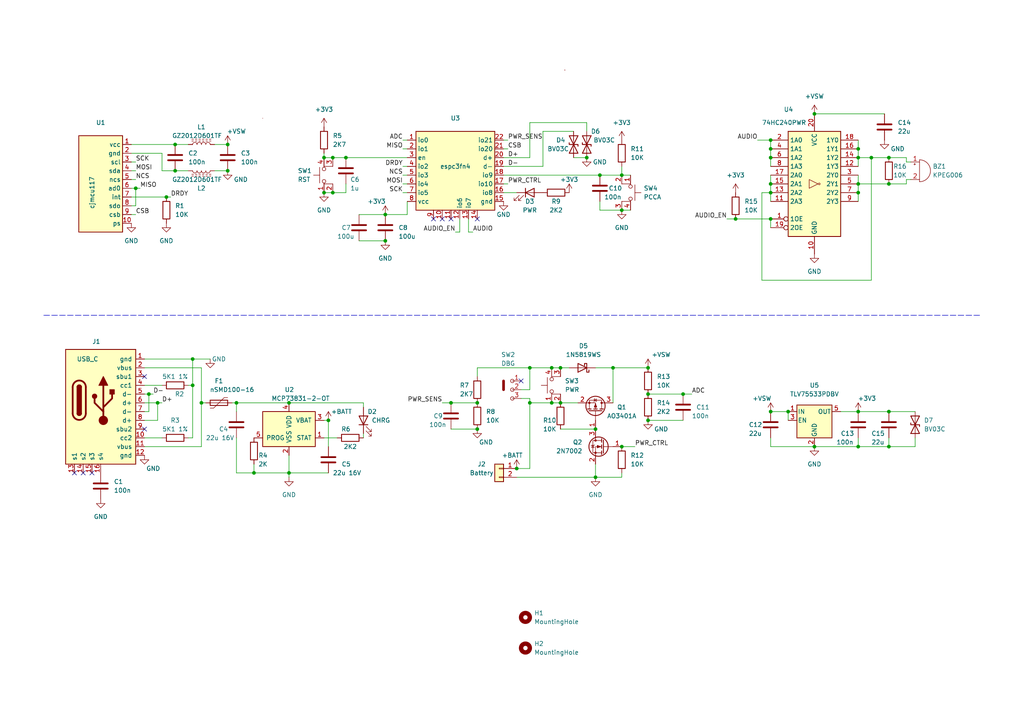
<source format=kicad_sch>
(kicad_sch (version 20211123) (generator eeschema)
  (paper "A4")
  (title_block (title "VhARIO_ESPC3 Rev B") (rev "B"))
  (lib_symbols
    (symbol "0-vhario-espc3:+3.3V" (power) (pin_names (offset 0))
      (property "Value" "+3.3V" (at 0 3.556 0))
      (symbol "+3.3V_1_1"
        (pin power_in line (at 0 0 90) (length 0) hide (name "+3V3") (number "1"))
      )
    )
    (symbol "0-vhario-espc3:+BATT" (power) (pin_names (offset 0))
      (property "Value" "+BATT" (at 0 3.556 0))
      (symbol "+BATT_1_1"
        (pin power_in line (at 0 0 90) (length 0) hide (name "+BATT") (number "1"))
      )
    )
    (symbol "0-vhario-espc3:+VSW" (power) (pin_names (offset 0))
      (property "Value" "+VSW" (at 0 3.556 0))
      (symbol "+VSW_1_1"
        (pin power_in line (at 0 0 90) (length 0) hide (name "+VSW") (number "1"))
      )
    )
    (symbol "0-vhario-espc3:2N7002" (pin_names hide)
      (property "Reference" "Q" (at 5.08 1.905 0))
      (property "Value" "2N7002" (at 5.08 0 0))
      (symbol "2N7002_1_1"
        (pin input line (at -5.08 0 0) (length 2.54) (name "G") (number "1"))
        (pin passive line (at 2.54 -5.08 90) (length 2.54) (name "S") (number "2"))
        (pin passive line (at 2.54 5.08 270) (length 2.54) (name "D") (number "3"))
      )
    )
    (symbol "0-vhario-espc3:74HC240"
      (property "Reference" "U" (at -7.62 16.51 0))
      (property "Value" "74HC240" (at -7.62 -16.51 0))
      (symbol "74HC240_1_0"
        (pin input inverted (at -12.7 -10.16 0) (length 5.08) (name "1OE") (number "1"))
        (pin power_in line (at 0 -20.32 90) (length 5.08) (name "GND") (number "10"))
        (pin input line (at -12.7 -5.08 0) (length 5.08) (name "2A3") (number "11"))
        (pin tri_state line (at 12.7 5.08 180) (length 5.08) (name "1Y3") (number "12"))
        (pin input line (at -12.7 -2.54 0) (length 5.08) (name "2A2") (number "13"))
        (pin tri_state line (at 12.7 7.62 180) (length 5.08) (name "1Y2") (number "14"))
        (pin input line (at -12.7 0 0) (length 5.08) (name "2A1") (number "15"))
        (pin tri_state line (at 12.7 10.16 180) (length 5.08) (name "1Y1") (number "16"))
        (pin input line (at -12.7 2.54 0) (length 5.08) (name "2A0") (number "17"))
        (pin tri_state line (at 12.7 12.7 180) (length 5.08) (name "1Y0") (number "18"))
        (pin input inverted (at -12.7 -12.7 0) (length 5.08) (name "2OE") (number "19"))
        (pin input line (at -12.7 12.7 0) (length 5.08) (name "1A0") (number "2"))
        (pin power_in line (at 0 20.32 270) (length 5.08) (name "VCC") (number "20"))
        (pin tri_state line (at 12.7 2.54 180) (length 5.08) (name "2Y0") (number "3"))
        (pin input line (at -12.7 10.16 0) (length 5.08) (name "1A1") (number "4"))
        (pin tri_state line (at 12.7 0 180) (length 5.08) (name "2Y1") (number "5"))
        (pin input line (at -12.7 7.62 0) (length 5.08) (name "1A2") (number "6"))
        (pin tri_state line (at 12.7 -2.54 180) (length 5.08) (name "2Y2") (number "7"))
        (pin input line (at -12.7 5.08 0) (length 5.08) (name "1A3") (number "8"))
        (pin tri_state line (at 12.7 -5.08 180) (length 5.08) (name "2Y3") (number "9"))
      )
    )
    (symbol "0-vhario-espc3:AO3401A" (pin_names hide)
      (property "Reference" "Q" (at 5.08 1.905 0))
      (property "Value" "AO3401A" (at 5.08 0 0))
      (symbol "AO3401A_1_1"
        (pin input line (at -5.08 0 0) (length 2.54) (name "G") (number "1"))
        (pin passive line (at 2.54 -5.08 90) (length 2.54) (name "S") (number "2"))
        (pin passive line (at 2.54 5.08 270) (length 2.54) (name "D") (number "3"))
      )
    )
    (symbol "0-vhario-espc3:Buzzer" (pin_names (offset 0.0254) hide)
      (property "Reference" "BZ" (at 3.81 1.27 0))
      (property "Value" "Buzzer" (at 3.81 -1.27 0))
      (symbol "Buzzer_1_1"
        (pin passive line (at -2.54 2.54 0) (length 2.54) (name "-") (number "1"))
        (pin passive line (at -2.54 -2.54 0) (length 2.54) (name "+") (number "2"))
      )
    )
    (symbol "0-vhario-espc3:C" (pin_numbers hide) (pin_names (offset 0.254))
      (property "Reference" "C" (at 0.635 2.54 0))
      (property "Value" "C" (at 0.635 -2.54 0))
      (symbol "C_1_1"
        (pin passive line (at 0 3.81 270) (length 2.794) (name "~") (number "1"))
        (pin passive line (at 0 -3.81 90) (length 2.794) (name "~") (number "2"))
      )
    )
    (symbol "0-vhario-espc3:Conn_01x02" (pin_names (offset 1.016) hide)
      (property "Reference" "J" (at 0 2.54 0))
      (property "Value" "Conn_01x02" (at 0 -5.08 0))
      (symbol "Conn_01x02_1_1"
        (pin passive line (at -5.08 0 0) (length 3.81) (name "Pin_1") (number "1"))
        (pin passive line (at -5.08 -2.54 0) (length 3.81) (name "Pin_2") (number "2"))
      )
    )
    (symbol "0-vhario-espc3:D_Schottky" (pin_numbers hide) (pin_names (offset 1.016) hide)
      (property "Reference" "D" (at 0 2.54 0))
      (property "Value" "D_Schottky" (at 0 -2.54 0))
      (symbol "D_Schottky_1_1"
        (pin passive line (at -3.81 0 0) (length 2.54) (name "K") (number "1"))
        (pin passive line (at 3.81 0 180) (length 2.54) (name "A") (number "2"))
      )
    )
    (symbol "0-vhario-espc3:D_TVS" (pin_numbers hide) (pin_names (offset 1.016) hide)
      (property "Reference" "D" (at 0 2.54 0))
      (property "Value" "D_TVS" (at 0 -2.54 0))
      (symbol "D_TVS_1_1"
        (pin passive line (at -3.81 0 0) (length 2.54) (name "A1") (number "1"))
        (pin passive line (at 3.81 0 180) (length 2.54) (name "A2") (number "2"))
      )
    )
    (symbol "0-vhario-espc3:GND" (power) (pin_names (offset 0))
      (property "Value" "GND" (at 0 -3.81 0))
      (symbol "GND_1_1"
        (pin power_in line (at 0 0 270) (length 0) hide (name "GND") (number "1"))
      )
    )
    (symbol "0-vhario-espc3:LED" (pin_numbers hide) (pin_names (offset 1.016) hide)
      (property "Reference" "D" (at 0 2.54 0))
      (property "Value" "LED" (at 0 -2.54 0))
      (symbol "LED_1_1"
        (pin passive line (at -3.81 0 0) (length 2.54) (name "K") (number "1"))
        (pin passive line (at 3.81 0 180) (length 2.54) (name "A") (number "2"))
      )
    )
    (symbol "0-vhario-espc3:L_Ferrite" (pin_numbers hide) (pin_names (offset 1.016) hide)
      (property "Reference" "L" (at -1.27 0 90))
      (property "Value" "L_Ferrite" (at 2.794 0 90))
      (symbol "L_Ferrite_1_1"
        (pin passive line (at 0 3.81 270) (length 1.27) (name "1") (number "1"))
        (pin passive line (at 0 -3.81 90) (length 1.27) (name "2") (number "2"))
      )
    )
    (symbol "0-vhario-espc3:MCP73831-2-OT" (pin_names (offset 1.016))
      (property "Reference" "U" (at -7.62 6.35 0))
      (property "Value" "MCP73831-2-OT" (at 1.27 6.35 0))
      (symbol "MCP73831-2-OT_1_1"
        (pin output line (at 10.16 -2.54 180) (length 2.54) (name "STAT") (number "1"))
        (pin power_in line (at 0 -7.62 90) (length 2.54) (name "VSS") (number "2"))
        (pin power_out line (at 10.16 2.54 180) (length 2.54) (name "VBAT") (number "3"))
        (pin power_in line (at 0 7.62 270) (length 2.54) (name "VDD") (number "4"))
        (pin input line (at -10.16 -2.54 0) (length 2.54) (name "PROG") (number "5"))
      )
    )
    (symbol "0-vhario-espc3:MountingHole" (pin_names (offset 1.016))
      (property "Reference" "H" (at 0 5.08 0))
      (property "Value" "MountingHole" (at 0 3.175 0))
    )
    (symbol "0-vhario-espc3:Polyfuse" (pin_numbers hide) (pin_names (offset 0))
      (property "Reference" "F" (at -2.54 0 90))
      (property "Value" "Polyfuse" (at 2.54 0 90))
      (symbol "Polyfuse_1_1"
        (pin passive line (at 0 3.81 270) (length 1.27) (name "~") (number "1"))
        (pin passive line (at 0 -3.81 90) (length 1.27) (name "~") (number "2"))
      )
    )
    (symbol "0-vhario-espc3:R" (pin_numbers hide) (pin_names (offset 0))
      (property "Reference" "R" (at 2.032 0 90))
      (property "Value" "R" (at 0 0 90))
      (symbol "R_1_1"
        (pin passive line (at 0 3.81 270) (length 1.27) (name "~") (number "1"))
        (pin passive line (at 0 -3.81 90) (length 1.27) (name "~") (number "2"))
      )
    )
    (symbol "0-vhario-espc3:SW_MEC_5E" (pin_names (offset 1.016) hide)
      (property "Reference" "SW" (at 0.635 5.715 0))
      (property "Value" "SW_MEC_5E" (at 0 -3.175 0))
      (symbol "SW_MEC_5E_0_1"
        (pin passive line (at -5.08 2.54 0) (length 2.54) (name "1") (number "1"))
        (pin passive line (at -5.08 0 0) (length 2.54) (name "2") (number "2"))
        (pin passive line (at 5.08 0 180) (length 2.54) (name "K") (number "3"))
        (pin passive line (at 5.08 2.54 180) (length 2.54) (name "A") (number "4"))
      )
    )
    (symbol "0-vhario-espc3:SW_SPDT" (pin_names (offset 0) hide)
      (property "Reference" "SW" (at 0 4.318 0))
      (property "Value" "SW_SPDT" (at 0 7.62 0))
      (symbol "SW_SPDT_1_1"
        (pin passive line (at 5.08 2.54 180) (length 2.54) (name "A") (number "1"))
        (pin passive line (at 5.08 0 180) (length 2.54) (name "B") (number "2"))
        (pin passive line (at 5.08 -2.54 180) (length 2.54) (name "C") (number "3"))
        (pin no_connect line (at 5.08 5.08 180) (length 2.54) hide (name "nc") (number "4"))
        (pin no_connect line (at 5.08 -5.08 180) (length 2.54) hide (name "nc") (number "5"))
      )
    )
    (symbol "0-vhario-espc3:TLV75533PDBV" (pin_names (offset 0.254))
      (property "Reference" "U" (at -3.81 5.715 0))
      (property "Value" "TLV75533PDBV" (at 0 5.715 0))
      (symbol "TLV75533PDBV_1_1"
        (pin power_in line (at -7.62 2.54 0) (length 2.54) (name "IN") (number "1"))
        (pin power_in line (at 0 -7.62 90) (length 2.54) (name "GND") (number "2"))
        (pin input line (at -7.62 0 0) (length 2.54) (name "EN") (number "3"))
        (pin no_connect line (at 5.08 0 180) (length 2.54) hide (name "NC") (number "4"))
        (pin power_out line (at 7.62 2.54 180) (length 2.54) (name "OUT") (number "5"))
      )
    )
    (symbol "0-vhario-espc3:USB_C" (pin_names (offset 1.016))
      (property "Reference" "J" (at -10.16 29.21 0))
      (property "Value" "USB_C" (at 10.16 29.21 0))
      (symbol "USB_C_1_1"
        (pin input line (at 12.7 22.86 180) (length 2.54) (name "gnd") (number "1"))
        (pin input line (at 12.7 0 180) (length 2.54) (name "cc2") (number "10"))
        (pin input line (at 12.7 -2.54 180) (length 2.54) (name "vbus") (number "11"))
        (pin input line (at 12.7 -5.08 180) (length 2.54) (name "gnd") (number "12"))
        (pin input line (at -7.62 -10.16 90) (length 2.54) (name "s1") (number "13"))
        (pin input line (at -5.08 -10.16 90) (length 2.54) (name "s2") (number "14"))
        (pin input line (at -2.54 -10.16 90) (length 2.54) (name "s3") (number "15"))
        (pin input line (at 0 -10.16 90) (length 2.54) (name "s4") (number "16"))
        (pin input line (at 12.7 20.32 180) (length 2.54) (name "vbus") (number "2"))
        (pin input line (at 12.7 17.78 180) (length 2.54) (name "sbu1") (number "3"))
        (pin input line (at 12.7 15.24 180) (length 2.54) (name "cc1") (number "4"))
        (pin input line (at 12.7 12.7 180) (length 2.54) (name "d-") (number "5"))
        (pin input line (at 12.7 10.16 180) (length 2.54) (name "d+") (number "6"))
        (pin input line (at 12.7 7.62 180) (length 2.54) (name "d-") (number "7"))
        (pin input line (at 12.7 5.08 180) (length 2.54) (name "d+") (number "8"))
        (pin input line (at 12.7 2.54 180) (length 2.54) (name "sbu2") (number "9"))
      )
    )
    (symbol "0-vhario-espc3:cjmcu117"
      (property "Reference" "U" (at -2.54 5.08 0))
      (property "Value" "cjmcu117" (at -2.54 -12.7 90))
      (symbol "cjmcu117_1_1"
        (pin input line (at 7.62 0 180) (length 2.54) (name "vcc") (number "1"))
        (pin input line (at 7.62 -22.86 180) (length 2.54) (name "ps") (number "10"))
        (pin input line (at 7.62 -2.54 180) (length 2.54) (name "gnd") (number "2"))
        (pin input line (at 7.62 -5.08 180) (length 2.54) (name "scl") (number "3"))
        (pin input line (at 7.62 -7.62 180) (length 2.54) (name "sda") (number "4"))
        (pin input line (at 7.62 -10.16 180) (length 2.54) (name "ncs") (number "5"))
        (pin input line (at 7.62 -12.7 180) (length 2.54) (name "ad0") (number "6"))
        (pin input line (at 7.62 -15.24 180) (length 2.54) (name "int") (number "7"))
        (pin input line (at 7.62 -17.78 180) (length 2.54) (name "sdo") (number "8"))
        (pin input line (at 7.62 -20.32 180) (length 2.54) (name "csb") (number "9"))
      )
    )
    (symbol "0-vhario-espc3:espc3fn4"
      (property "Reference" "U" (at 10.16 5.08 0))
      (property "Value" "espc3fn4" (at 10.16 -7.62 0))
      (symbol "espc3fn4_1_1"
        (pin input line (at -2.54 0 0) (length 2.54) (name "io0") (number "1"))
        (pin input line (at 7.62 -22.86 90) (length 2.54) (name "") (number "10"))
        (pin input line (at 10.16 -22.86 90) (length 2.54) (name "") (number "11"))
        (pin input line (at 12.7 -22.86 90) (length 2.54) (name "io6") (number "12"))
        (pin input line (at 15.24 -22.86 90) (length 2.54) (name "io7") (number "13"))
        (pin input line (at 17.78 -22.86 90) (length 2.54) (name "") (number "14"))
        (pin input line (at 25.4 -17.78 180) (length 2.54) (name "gnd") (number "15"))
        (pin input line (at 25.4 -15.24 180) (length 2.54) (name "io8") (number "16"))
        (pin input line (at 25.4 -12.7 180) (length 2.54) (name "io10") (number "17"))
        (pin input line (at 25.4 -10.16 180) (length 2.54) (name "io9") (number "18"))
        (pin input line (at 25.4 -7.62 180) (length 2.54) (name "d-") (number "19"))
        (pin input line (at -2.54 -2.54 0) (length 2.54) (name "io1") (number "2"))
        (pin input line (at 25.4 -5.08 180) (length 2.54) (name "d+") (number "20"))
        (pin input line (at 25.4 -2.54 180) (length 2.54) (name "io20") (number "21"))
        (pin input line (at 25.4 0 180) (length 2.54) (name "io21") (number "22"))
        (pin input line (at -2.54 -5.08 0) (length 2.54) (name "en") (number "3"))
        (pin input line (at -2.54 -7.62 0) (length 2.54) (name "io2") (number "4"))
        (pin input line (at -2.54 -10.16 0) (length 2.54) (name "io3") (number "5"))
        (pin input line (at -2.54 -12.7 0) (length 2.54) (name "io4") (number "6"))
        (pin input line (at -2.54 -15.24 0) (length 2.54) (name "io5") (number "7"))
        (pin input line (at -2.54 -17.78 0) (length 2.54) (name "vcc") (number "8"))
        (pin input line (at 5.08 -22.86 90) (length 2.54) (name "") (number "9"))
      )
    )
  )
  (junction (at 93.98 45.72))
  (junction (at 223.52 45.72))
  (junction (at 153.67 116.84))
  (junction (at 58.42 116.84))
  (junction (at 153.67 106.68))
  (junction (at 160.02 106.68))
  (junction (at 248.92 45.72))
  (junction (at 66.04 49.53))
  (junction (at 248.92 43.18))
  (junction (at 180.34 60.96))
  (junction (at 236.22 33.02))
  (junction (at 68.58 116.84))
  (junction (at 248.92 55.88))
  (junction (at 138.43 124.46))
  (junction (at 162.56 116.84))
  (junction (at 111.76 62.23))
  (junction (at 180.34 129.54))
  (junction (at 170.18 45.72))
  (junction (at 198.12 114.3))
  (junction (at 93.98 55.88))
  (junction (at 130.81 116.84))
  (junction (at 187.96 121.92))
  (junction (at 172.72 138.43))
  (junction (at 257.81 129.54))
  (junction (at 223.52 63.5))
  (junction (at 50.8 49.53))
  (junction (at 73.66 137.16))
  (junction (at 45.72 116.84))
  (junction (at 39.37 54.61))
  (junction (at 228.6 119.38))
  (junction (at 96.52 45.72))
  (junction (at 95.25 121.92))
  (junction (at 66.04 41.91))
  (junction (at 48.26 57.15))
  (junction (at 162.56 106.68))
  (junction (at 223.52 43.18))
  (junction (at 187.96 114.3))
  (junction (at 83.82 116.84))
  (junction (at 248.92 119.38))
  (junction (at 50.8 41.91))
  (junction (at 257.81 45.72))
  (junction (at 252.73 45.72))
  (junction (at 160.02 116.84))
  (junction (at 100.33 45.72))
  (junction (at 213.36 63.5))
  (junction (at 223.52 53.34))
  (junction (at 257.81 53.34))
  (junction (at 177.8 106.68))
  (junction (at 248.92 129.54))
  (junction (at 172.72 124.46))
  (junction (at 236.22 129.54))
  (junction (at 43.18 114.3))
  (junction (at 83.82 137.16))
  (junction (at 223.52 55.88))
  (junction (at 187.96 106.68))
  (junction (at 55.88 111.76))
  (junction (at 223.52 119.38))
  (junction (at 180.34 50.8))
  (junction (at 257.81 119.38))
  (junction (at 223.52 40.64))
  (junction (at 55.88 104.14))
  (junction (at 138.43 116.84))
  (junction (at 149.86 135.89))
  (junction (at 96.52 55.88))
  (junction (at 173.99 50.8))
  (junction (at 111.76 69.85))
  (junction (at 248.92 53.34))
  (no_connect (at 26.67 137.16))
  (no_connect (at 24.13 137.16))
  (no_connect (at 21.59 137.16))
  (no_connect (at 130.81 63.5))
  (no_connect (at 128.27 63.5))
  (no_connect (at 125.73 63.5))
  (no_connect (at 138.43 63.5))
  (no_connect (at 41.91 109.22))
  (no_connect (at 41.91 124.46))
  (no_connect (at 151.13 110.49))
  (wire (pts (xy 248.92 129.54) (xy 248.92 127)))
  (wire (pts (xy 223.52 40.64) (xy 223.52 43.18)))
  (wire (pts (xy 38.1 57.15) (xy 48.26 57.15)))
  (wire (pts (xy 104.14 62.23) (xy 111.76 62.23)))
  (wire (pts (xy 128.27 116.84) (xy 130.81 116.84)))
  (wire (pts (xy 135.89 67.31) (xy 135.89 63.5)))
  (wire (pts (xy 248.92 50.8) (xy 248.92 53.34)))
  (wire (pts (xy 96.52 45.72) (xy 100.33 45.72)))
  (wire (pts (xy 95.25 129.54) (xy 95.25 121.92)))
  (wire (pts (xy 45.72 121.92) (xy 45.72 116.84)))
  (wire (pts (xy 153.67 106.68) (xy 160.02 106.68)))
  (wire (pts (xy 146.05 53.34) (xy 147.32 53.34)))
  (wire (pts (xy 41.91 121.92) (xy 45.72 121.92)))
  (wire (pts (xy 45.72 116.84) (xy 41.91 116.84)))
  (wire (pts (xy 257.81 53.34) (xy 262.89 53.34)))
  (wire (pts (xy 96.52 55.88) (xy 100.33 55.88)))
  (wire (pts (xy 257.81 129.54) (xy 257.81 127)))
  (wire (pts (xy 248.92 53.34) (xy 248.92 55.88)))
  (wire (pts (xy 73.66 137.16) (xy 83.82 137.16)))
  (wire (pts (xy 151.13 115.57) (xy 153.67 115.57)))
  (wire (pts (xy 41.91 106.68) (xy 58.42 106.68)))
  (wire (pts (xy 180.34 129.54) (xy 184.15 129.54)))
  (wire (pts (xy 153.67 135.89) (xy 153.67 116.84)))
  (wire (pts (xy 130.81 124.46) (xy 138.43 124.46)))
  (wire (pts (xy 219.71 40.64) (xy 223.52 40.64)))
  (wire (pts (xy 162.56 124.46) (xy 172.72 124.46)))
  (wire (pts (xy 177.8 106.68) (xy 187.96 106.68)))
  (wire (pts (xy 248.92 45.72) (xy 252.73 45.72)))
  (wire (pts (xy 58.42 106.68) (xy 58.42 116.84)))
  (wire (pts (xy 38.1 49.53) (xy 39.37 49.53)))
  (wire (pts (xy 116.84 48.26) (xy 118.11 48.26)))
  (wire (pts (xy 243.84 119.38) (xy 248.92 119.38)))
  (wire (pts (xy 173.99 50.8) (xy 180.34 50.8)))
  (wire (pts (xy 146.05 55.88) (xy 149.86 55.88)))
  (wire (pts (xy 45.72 116.84) (xy 46.99 116.84)))
  (wire (pts (xy 223.52 119.38) (xy 228.6 119.38)))
  (wire (pts (xy 93.98 55.88) (xy 96.52 55.88)))
  (wire (pts (xy 160.02 106.68) (xy 162.56 106.68)))
  (wire (pts (xy 68.58 137.16) (xy 73.66 137.16)))
  (wire (pts (xy 38.1 54.61) (xy 39.37 54.61)))
  (wire (pts (xy 248.92 43.18) (xy 248.92 45.72)))
  (wire (pts (xy 170.18 35.56) (xy 170.18 38.1)))
  (wire (pts (xy 55.88 111.76) (xy 55.88 127)))
  (wire (pts (xy 187.96 121.92) (xy 198.12 121.92)))
  (wire (pts (xy 116.84 50.8) (xy 118.11 50.8)))
  (wire (pts (xy 228.6 119.38) (xy 228.6 121.92)))
  (wire (pts (xy 210.82 63.5) (xy 213.36 63.5)))
  (wire (pts (xy 83.82 132.08) (xy 83.82 137.16)))
  (wire (pts (xy 46.99 49.53) (xy 50.8 49.53)))
  (wire (pts (xy 55.88 104.14) (xy 60.96 104.14)))
  (wire (pts (xy 50.8 49.53) (xy 54.61 49.53)))
  (wire (pts (xy 62.23 49.53) (xy 66.04 49.53)))
  (wire (pts (xy 43.18 119.38) (xy 43.18 114.3)))
  (wire (pts (xy 223.52 129.54) (xy 223.52 127)))
  (wire (pts (xy 138.43 106.68) (xy 153.67 106.68)))
  (wire (pts (xy 73.66 137.16) (xy 73.66 134.62)))
  (wire (pts (xy 157.48 38.1) (xy 166.37 38.1)))
  (wire (pts (xy 146.05 50.8) (xy 173.99 50.8)))
  (wire (pts (xy 39.37 59.69) (xy 38.1 59.69)))
  (wire (pts (xy 62.23 41.91) (xy 66.04 41.91)))
  (wire (pts (xy 138.43 109.22) (xy 138.43 106.68)))
  (wire (pts (xy 100.33 45.72) (xy 118.11 45.72)))
  (wire (pts (xy 149.86 138.43) (xy 172.72 138.43)))
  (wire (pts (xy 252.73 45.72) (xy 257.81 45.72)))
  (wire (pts (xy 262.89 46.99) (xy 264.16 46.99)))
  (wire (pts (xy 153.67 35.56) (xy 170.18 35.56)))
  (wire (pts (xy 41.91 111.76) (xy 46.99 111.76)))
  (wire (pts (xy 151.13 113.03) (xy 153.67 113.03)))
  (wire (pts (xy 160.02 116.84) (xy 162.56 116.84)))
  (wire (pts (xy 41.91 104.14) (xy 55.88 104.14)))
  (wire (pts (xy 149.86 135.89) (xy 153.67 135.89)))
  (wire (pts (xy 68.58 119.38) (xy 68.58 116.84)))
  (wire (pts (xy 180.34 138.43) (xy 180.34 137.16)))
  (wire (pts (xy 55.88 111.76) (xy 54.61 111.76)))
  (wire (pts (xy 118.11 62.23) (xy 111.76 62.23)))
  (wire (pts (xy 67.31 116.84) (xy 68.58 116.84)))
  (wire (pts (xy 43.18 114.3) (xy 41.91 114.3)))
  (wire (pts (xy 83.82 138.43) (xy 83.82 137.16)))
  (wire (pts (xy 130.81 116.84) (xy 138.43 116.84)))
  (wire (pts (xy 104.14 69.85) (xy 111.76 69.85)))
  (wire (pts (xy 118.11 58.42) (xy 118.11 62.23)))
  (wire (pts (xy 248.92 53.34) (xy 257.81 53.34)))
  (wire (pts (xy 220.98 81.28) (xy 252.73 81.28)))
  (wire (pts (xy 41.91 119.38) (xy 43.18 119.38)))
  (wire (pts (xy 68.58 127) (xy 68.58 137.16)))
  (wire (pts (xy 265.43 129.54) (xy 265.43 127)))
  (wire (pts (xy 180.34 48.26) (xy 180.34 50.8)))
  (wire (pts (xy 172.72 106.68) (xy 177.8 106.68)))
  (wire (pts (xy 95.25 121.92) (xy 93.98 121.92)))
  (wire (pts (xy 93.98 44.45) (xy 93.98 45.72)))
  (wire (pts (xy 162.56 106.68) (xy 165.1 106.68)))
  (wire (pts (xy 38.1 62.23) (xy 39.37 62.23)))
  (wire (pts (xy 38.1 44.45) (xy 46.99 44.45)))
  (wire (pts (xy 248.92 55.88) (xy 248.92 58.42)))
  (wire (pts (xy 153.67 116.84) (xy 160.02 116.84)))
  (wire (pts (xy 116.84 55.88) (xy 118.11 55.88)))
  (wire (pts (xy 223.52 63.5) (xy 223.52 66.04)))
  (wire (pts (xy 68.58 116.84) (xy 83.82 116.84)))
  (wire (pts (xy 252.73 81.28) (xy 252.73 45.72)))
  (wire (pts (xy 39.37 54.61) (xy 39.37 59.69)))
  (wire (pts (xy 180.34 50.8) (xy 182.88 50.8)))
  (wire (pts (xy 132.08 67.31) (xy 133.35 67.31)))
  (wire (pts (xy 50.8 41.91) (xy 54.61 41.91)))
  (wire (pts (xy 46.99 44.45) (xy 46.99 49.53)))
  (wire (pts (xy 55.88 127) (xy 54.61 127)))
  (wire (pts (xy 262.89 52.07) (xy 264.16 52.07)))
  (wire (pts (xy 262.89 53.34) (xy 262.89 52.07)))
  (wire (pts (xy 116.84 40.64) (xy 118.11 40.64)))
  (wire (pts (xy 43.18 114.3) (xy 44.45 114.3)))
  (wire (pts (xy 248.92 119.38) (xy 257.81 119.38)))
  (wire (pts (xy 146.05 43.18) (xy 147.32 43.18)))
  (wire (pts (xy 137.16 67.31) (xy 135.89 67.31)))
  (wire (pts (xy 172.72 138.43) (xy 180.34 138.43)))
  (wire (pts (xy 41.91 127) (xy 46.99 127)))
  (wire (pts (xy 39.37 54.61) (xy 40.64 54.61)))
  (wire (pts (xy 248.92 45.72) (xy 248.92 48.26)))
  (wire (pts (xy 100.33 55.88) (xy 100.33 53.34)))
  (wire (pts (xy 38.1 46.99) (xy 39.37 46.99)))
  (wire (pts (xy 83.82 137.16) (xy 95.25 137.16)))
  (wire (pts (xy 213.36 63.5) (xy 223.52 63.5)))
  (wire (pts (xy 105.41 116.84) (xy 83.82 116.84)))
  (wire (pts (xy 146.05 45.72) (xy 153.67 45.72)))
  (wire (pts (xy 146.05 48.26) (xy 157.48 48.26)))
  (wire (pts (xy 198.12 114.3) (xy 200.66 114.3)))
  (wire (pts (xy 146.05 40.64) (xy 147.32 40.64)))
  (wire (pts (xy 41.91 129.54) (xy 58.42 129.54)))
  (wire (pts (xy 166.37 45.72) (xy 170.18 45.72)))
  (wire (pts (xy 257.81 119.38) (xy 265.43 119.38)))
  (wire (pts (xy 223.52 45.72) (xy 223.52 48.26)))
  (wire (pts (xy 38.1 41.91) (xy 50.8 41.91)))
  (wire (pts (xy 223.52 55.88) (xy 223.52 58.42)))
  (wire (pts (xy 55.88 104.14) (xy 55.88 111.76)))
  (wire (pts (xy 116.84 53.34) (xy 118.11 53.34)))
  (wire (pts (xy 257.81 129.54) (xy 265.43 129.54)))
  (wire (pts (xy 105.41 118.11) (xy 105.41 116.84)))
  (wire (pts (xy 93.98 45.72) (xy 96.52 45.72)))
  (wire (pts (xy 187.96 114.3) (xy 198.12 114.3)))
  (wire (pts (xy 153.67 106.68) (xy 153.67 113.03)))
  (wire (pts (xy 93.98 127) (xy 97.79 127)))
  (wire (pts (xy 223.52 50.8) (xy 223.52 53.34)))
  (wire (pts (xy 236.22 129.54) (xy 223.52 129.54)))
  (wire (pts (xy 236.22 129.54) (xy 248.92 129.54)))
  (wire (pts (xy 257.81 45.72) (xy 262.89 45.72)))
  (wire (pts (xy 173.99 60.96) (xy 173.99 58.42)))
  (wire (pts (xy 220.98 55.88) (xy 220.98 81.28)))
  (wire (pts (xy 153.67 115.57) (xy 153.67 116.84)))
  (wire (pts (xy 223.52 53.34) (xy 223.52 55.88)))
  (wire (pts (xy 162.56 116.84) (xy 167.64 116.84)))
  (wire (pts (xy 58.42 129.54) (xy 58.42 116.84)))
  (wire (pts (xy 248.92 129.54) (xy 257.81 129.54)))
  (polyline (pts (xy 12.7 91.44) (xy 284.48 91.44)))
  (wire (pts (xy 116.84 43.18) (xy 118.11 43.18)))
  (wire (pts (xy 157.48 48.26) (xy 157.48 38.1)))
  (wire (pts (xy 248.92 40.64) (xy 248.92 43.18)))
  (wire (pts (xy 177.8 106.68) (xy 177.8 116.84)))
  (wire (pts (xy 59.69 116.84) (xy 58.42 116.84)))
  (wire (pts (xy 105.41 125.73) (xy 105.41 127)))
  (wire (pts (xy 223.52 55.88) (xy 220.98 55.88)))
  (wire (pts (xy 223.52 43.18) (xy 223.52 45.72)))
  (wire (pts (xy 180.34 60.96) (xy 182.88 60.96)))
  (wire (pts (xy 48.26 57.15) (xy 49.53 57.15)))
  (wire (pts (xy 153.67 45.72) (xy 153.67 35.56)))
  (wire (pts (xy 133.35 67.31) (xy 133.35 63.5)))
  (wire (pts (xy 38.1 52.07) (xy 39.37 52.07)))
  (wire (pts (xy 262.89 45.72) (xy 262.89 46.99)))
  (wire (pts (xy 236.22 33.02) (xy 256.54 33.02)))
  (wire (pts (xy 172.72 134.62) (xy 172.72 138.43)))
  (wire (pts (xy 180.34 60.96) (xy 173.99 60.96)))
  (label "PWR_SENS" (at 128.27 116.84 180))
  (label "PWR_CTRL" (at 147.32 53.34 0))
  (label "MISO" (at 116.84 43.18 180))
  (label "MOSI" (at 116.84 53.34 180))
  (label "D+" (at 147.32 45.72 0))
  (label "CSB" (at 39.37 62.23 0))
  (label "SCK" (at 116.84 55.88 180))
  (label "AUDIO_EN" (at 132.08 67.31 180))
  (label "NCS" (at 116.84 50.8 180))
  (label "DRDY" (at 49.53 57.15 0))
  (label "DRDY" (at 116.84 48.26 180))
  (label "PWR_SENS" (at 147.32 40.64 0))
  (label "AUDIO_EN" (at 210.82 63.5 180))
  (label "AUDIO" (at 219.71 40.64 180))
  (label "D-" (at 44.45 114.3 0))
  (label "MOSI" (at 39.37 49.53 0))
  (label "ADC" (at 116.84 40.64 180))
  (label "CSB" (at 147.32 43.18 0))
  (label "ADC" (at 200.66 114.3 0))
  (label "SCK" (at 39.37 46.99 0))
  (label "D+" (at 46.99 116.84 0))
  (label "MISO" (at 40.64 54.61 0))
  (label "AUDIO" (at 137.16 67.31 0))
  (label "D-" (at 147.32 48.26 0))
  (label "NCS" (at 39.37 52.07 0))
  (label "PWR_CTRL" (at 184.15 129.54 0))
  (symbol (lib_id "0-vhario-espc3:SW_MEC_5E") (at 162.56 111.76 90) (unit 1)
    (property "Reference" "SW3" (at 163.83 110.49 90) (effects (justify right)))
    (property "Value" "PWR" (at 163.83 113.03 90) (effects (justify right)))
    (property "Footprint" "0-vhario-espc3:smd_btn4" (effects hide))
  )
  (symbol (lib_id "0-vhario-espc3:Conn_01x02") (at 144.78 135.89 0) (mirror y) (unit 1)
    (property "Reference" "J2" (at 139.7 134.62 0))
    (property "Value" "Battery" (at 139.7 137.16 0))
    (property "Footprint" "0-vhario-espc3:JST_PH_B2B-PH-K_1x02_P2.00mm_Vertical" (effects hide))
  )
  (symbol (lib_id "0-vhario-espc3:R") (at 257.81 49.53 0) (unit 1)
    (property "Reference" "R16" (at 259.08 48.26 0) (effects (justify left)))
    (property "Value" "10K" (at 259.08 50.8 0) (effects (justify left)))
    (property "Footprint" "0-vhario-espc3:R_0603_1608Metric_Pad0.98x0.95mm_HandSolder" (effects hide))
  )
  (symbol (lib_id "0-vhario-espc3:+3.3V") (at 165.1 55.88 0) (unit 1)
    (property "Reference" "#PWR0101" (effects hide))
    (property "Value" "+3.3V" (at 165.1 52.07 0))
  )
  (symbol (lib_id "0-vhario-espc3:+3.3V") (at 111.76 62.23 0) (unit 1)
    (property "Reference" "#PWR012" (effects hide))
    (property "Value" "+3.3V" (at 109.22 58.42 0))
  )
  (symbol (lib_id "0-vhario-espc3:74HC240") (at 236.22 53.34 0) (unit 1)
    (property "Reference" "U4" (at 227.33 31.75 0) (effects (justify left)))
    (property "Value" "74HC240PWR" (at 220.98 35.56 0) (effects (justify left)))
    (property "Footprint" "0-vhario-espc3:SSOP-20_4.4x6.5mm_P0.65mm" (effects hide))
    (property "Datasheet" "https://assets.nexperia.com/documents/data-sheet/74HC_HCT240.pdf" (effects hide))
  )
  (symbol (lib_id "0-vhario-espc3:C") (at 66.04 45.72 0) (unit 1)
    (property "Reference" "C3" (at 69.85 44.4499 0) (effects (justify left)))
    (property "Value" "100n" (at 69.85 46.9899 0) (effects (justify left)))
    (property "Footprint" "0-vhario-espc3:C_0603_1608Metric_Pad1.08x0.95mm_HandSolder" (effects hide))
  )
  (symbol (lib_id "0-vhario-espc3:R") (at 180.34 44.45 0) (unit 1)
    (property "Reference" "R11" (at 182.88 43.1799 0) (effects (justify left)))
    (property "Value" "10K" (at 182.88 45.7199 0) (effects (justify left)))
    (property "Footprint" "0-vhario-espc3:R_0603_1608Metric_Pad0.98x0.95mm_HandSolder" (effects hide))
  )
  (symbol (lib_id "0-vhario-espc3:C") (at 111.76 66.04 0) (unit 1)
    (property "Reference" "C8" (at 115.57 66.04 0) (effects (justify left)))
    (property "Value" "100u" (at 115.57 68.58 0) (effects (justify left)))
    (property "Footprint" "0-vhario-espc3:C_1206_3216Metric_Pad1.33x1.80mm_HandSolder" (effects hide))
  )
  (symbol (lib_id "0-vhario-espc3:+3.3V") (at 180.34 40.64 0) (unit 1)
    (property "Reference" "#PWR020" (effects hide))
    (property "Value" "+3.3V" (at 180.34 35.56 0))
  )
  (symbol (lib_id "0-vhario-espc3:+VSW") (at 187.96 106.68 0) (unit 1)
    (property "Reference" "#PWR022" (effects hide))
    (property "Value" "+VSW" (at 191.77 102.87 0))
  )
  (symbol (lib_id "0-vhario-espc3:+3.3V") (at 213.36 55.88 0) (unit 1)
    (property "Reference" "#PWR024" (effects hide))
    (property "Value" "+3.3V" (at 213.36 50.8 0))
  )
  (symbol (lib_id "0-vhario-espc3:R") (at 162.56 120.65 0) (unit 1)
    (property "Reference" "R10" (at 157.48 121.92 0) (effects (justify left)))
    (property "Value" "10K" (at 157.48 124.46 0) (effects (justify left)))
    (property "Footprint" "0-vhario-espc3:R_0603_1608Metric_Pad0.98x0.95mm_HandSolder" (effects hide))
  )
  (symbol (lib_id "0-vhario-espc3:R") (at 213.36 59.69 0) (unit 1)
    (property "Reference" "R15" (at 215.9 58.4199 0) (effects (justify left)))
    (property "Value" "10K" (at 215.9 60.9599 0) (effects (justify left)))
    (property "Footprint" "0-vhario-espc3:R_0603_1608Metric_Pad0.98x0.95mm_HandSolder" (effects hide))
  )
  (symbol (lib_id "0-vhario-espc3:C") (at 29.21 140.97 0) (unit 1)
    (property "Reference" "C1" (at 33.02 139.6999 0) (effects (justify left)))
    (property "Value" "100n" (at 33.02 142.2399 0) (effects (justify left)))
    (property "Footprint" "0-vhario-espc3:C_0603_1608Metric_Pad1.08x0.95mm_HandSolder" (effects hide))
  )
  (symbol (lib_id "0-vhario-espc3:GND") (at 111.76 69.85 0) (unit 1)
    (property "Reference" "#PWR013" (effects hide))
    (property "Value" "GND" (at 111.76 74.93 0))
  )
  (symbol (lib_id "0-vhario-espc3:L_Ferrite") (at 58.42 41.91 90) (unit 1)
    (property "Reference" "L1" (at 58.42 36.83 90))
    (property "Value" "GZ2012D601TF" (at 57.15 39.37 90))
    (property "Footprint" "0-vhario-espc3:L_0805_2012Metric_Pad1.15x1.40mm_HandSolder" (effects hide))
  )
  (symbol (lib_id "0-vhario-espc3:C") (at 95.25 133.35 0) (unit 1)
    (property "Reference" "C5" (at 99.06 134.62 0) (effects (justify left)))
    (property "Value" "22u 16V" (at 96.52 137.16 0) (effects (justify left)))
    (property "Footprint" "0-vhario-espc3:C_1206_3216Metric_Pad1.33x1.80mm_HandSolder" (effects hide))
  )
  (symbol (lib_id "0-vhario-espc3:+3.3V") (at 93.98 36.83 0) (unit 1)
    (property "Reference" "#PWR09" (effects hide))
    (property "Value" "+3.3V" (at 93.98 31.75 0))
  )
  (symbol (lib_id "0-vhario-espc3:GND") (at 83.82 138.43 0) (unit 1)
    (property "Reference" "#PWR08" (effects hide))
    (property "Value" "GND" (at 83.82 143.51 0))
  )
  (symbol (lib_id "0-vhario-espc3:D_Schottky") (at 168.91 106.68 180) (unit 1)
    (property "Reference" "D5" (at 169.2275 100.33 0))
    (property "Value" "1N5819WS" (at 169.2275 102.87 0))
    (property "Footprint" "0-vhario-espc3:D_SOD-323_HandSoldering" (effects hide))
  )
  (symbol (lib_id "0-vhario-espc3:GND") (at 48.26 64.77 0) (unit 1)
    (property "Reference" "#PWR04" (effects hide))
    (property "Value" "GND" (at 48.26 69.85 0))
  )
  (symbol (lib_id "0-vhario-espc3:R") (at 93.98 40.64 0) (unit 1)
    (property "Reference" "R5" (at 96.52 39.3699 0) (effects (justify left)))
    (property "Value" "2K7" (at 96.52 41.9099 0) (effects (justify left)))
    (property "Footprint" "0-vhario-espc3:R_0603_1608Metric_Pad0.98x0.95mm_HandSolder" (effects hide))
  )
  (symbol (lib_id "0-vhario-espc3:R") (at 50.8 127 90) (unit 1)
    (property "Reference" "R3" (at 50.8 121.92 90))
    (property "Value" "5K1 1%" (at 50.8 124.46 90))
    (property "Footprint" "0-vhario-espc3:R_0603_1608Metric_Pad0.98x0.95mm_HandSolder" (effects hide))
  )
  (symbol (lib_id "0-vhario-espc3:+VSW") (at 66.04 41.91 0) (unit 1)
    (property "Reference" "#PWR06" (effects hide))
    (property "Value" "+VSW" (at 68.58 38.1 0))
  )
  (symbol (lib_id "0-vhario-espc3:SW_MEC_5E") (at 96.52 50.8 90) (unit 1)
    (property "Reference" "SW1" (at 86.36 49.53 90) (effects (justify right)))
    (property "Value" "RST" (at 86.36 52.07 90) (effects (justify right)))
    (property "Footprint" "0-vhario-espc3:smd_btn4" (effects hide))
  )
  (symbol (lib_id "0-vhario-espc3:+VSW") (at 223.52 119.38 0) (unit 1)
    (property "Reference" "#PWR025" (effects hide))
    (property "Value" "+VSW" (at 220.98 115.57 0))
  )
  (symbol (lib_id "0-vhario-espc3:R") (at 138.43 113.03 0) (unit 1)
    (property "Reference" "R7" (at 133.35 111.76 0) (effects (justify left)))
    (property "Value" "2K7" (at 133.35 114.3 0) (effects (justify left)))
    (property "Footprint" "0-vhario-espc3:R_0603_1608Metric_Pad0.98x0.95mm_HandSolder" (effects hide))
  )
  (symbol (lib_id "0-vhario-espc3:USB_C") (at 29.21 127 0) (unit 1)
    (property "Reference" "J1" (at 27.94 99.06 0))
    (property "Value" "USB_C" (at 25.4 104.14 0))
    (property "Footprint" "0-vhario-espc3:usb_c_16" (effects hide))
  )
  (symbol (lib_id "0-vhario-espc3:C") (at 198.12 118.11 0) (unit 1)
    (property "Reference" "C11" (at 201.93 118.11 0) (effects (justify left)))
    (property "Value" "100n" (at 200.66 120.65 0) (effects (justify left)))
    (property "Footprint" "0-vhario-espc3:C_0603_1608Metric_Pad1.08x0.95mm_HandSolder" (effects hide))
  )
  (symbol (lib_id "0-vhario-espc3:C") (at 257.81 123.19 0) (unit 1)
    (property "Reference" "C15" (at 252.73 125.73 0) (effects (justify left)))
    (property "Value" "22u" (at 252.73 128.27 0) (effects (justify left)))
    (property "Footprint" "0-vhario-espc3:C_1206_3216Metric_Pad1.33x1.80mm_HandSolder" (effects hide))
  )
  (symbol (lib_id "0-vhario-espc3:R") (at 50.8 111.76 90) (unit 1)
    (property "Reference" "R2" (at 52.07 114.3 90))
    (property "Value" "5K1 1%" (at 50.8 109.22 90))
    (property "Footprint" "0-vhario-espc3:R_0603_1608Metric_Pad0.98x0.95mm_HandSolder" (effects hide))
  )
  (symbol (lib_id "0-vhario-espc3:C") (at 223.52 123.19 0) (unit 1)
    (property "Reference" "C12" (at 217.17 123.19 0) (effects (justify left)))
    (property "Value" "22u" (at 217.17 125.73 0) (effects (justify left)))
    (property "Footprint" "0-vhario-espc3:C_1206_3216Metric_Pad1.33x1.80mm_HandSolder" (effects hide))
  )
  (symbol (lib_id "0-vhario-espc3:R") (at 187.96 118.11 0) (unit 1)
    (property "Reference" "R14" (at 190.5 116.8399 0) (effects (justify left)))
    (property "Value" "2K2" (at 190.5 119.3799 0) (effects (justify left)))
    (property "Footprint" "0-vhario-espc3:R_0603_1608Metric_Pad0.98x0.95mm_HandSolder" (effects hide))
  )
  (symbol (lib_id "0-vhario-espc3:LED") (at 153.67 55.88 0) (unit 1)
    (property "Reference" "D3" (at 153.67 58.42 0))
    (property "Value" "PWR" (at 153.67 60.96 0))
    (property "Footprint" "0-vhario-espc3:LED_0805_2012Metric_Pad1.15x1.40mm_HandSolder" (effects hide))
  )
  (symbol (lib_id "0-vhario-espc3:2N7002") (at 175.26 129.54 0) (mirror y) (unit 1)
    (property "Reference" "Q2" (at 168.91 128.2699 0) (effects (justify left)))
    (property "Value" "2N7002" (at 168.91 130.8099 0) (effects (justify left)))
    (property "Footprint" "Package_TO_SOT_SMD:SOT-23" (effects hide))
    (property "Datasheet" "https://www.onsemi.com/pub/Collateral/NDS7002A-D.PDF" (effects hide))
  )
  (symbol (lib_id "0-vhario-espc3:R") (at 161.29 55.88 90) (unit 1)
    (property "Reference" "R9" (at 161.29 58.42 90))
    (property "Value" "2K2" (at 161.29 60.96 90))
    (property "Footprint" "0-vhario-espc3:R_0603_1608Metric_Pad0.98x0.95mm_HandSolder" (effects hide))
  )
  (symbol (lib_id "0-vhario-espc3:R") (at 101.6 127 90) (unit 1)
    (property "Reference" "R6" (at 100.33 124.46 90))
    (property "Value" "2K2" (at 101.6 129.54 90))
    (property "Footprint" "0-vhario-espc3:C_0603_1608Metric_Pad1.08x0.95mm_HandSolder" (effects hide))
  )
  (symbol (lib_id "0-vhario-espc3:Polyfuse") (at 63.5 116.84 90) (unit 1)
    (property "Reference" "F1" (at 63.5 110.49 90))
    (property "Value" "nSMD100-16" (at 67.31 113.03 90))
    (property "Footprint" "0-vhario-espc3:Fuse_1812_4532Metric_Pad1.30x3.40mm_HandSolder" (effects hide))
  )
  (symbol (lib_id "0-vhario-espc3:TLV75533PDBV") (at 236.22 121.92 0) (unit 1)
    (property "Reference" "U5" (at 236.22 111.76 0))
    (property "Value" "TLV75533PDBV" (at 236.22 114.3 0))
    (property "Footprint" "Package_TO_SOT_SMD:SOT-23-5" (effects hide))
    (property "Datasheet" "http://www.ti.com/lit/ds/symlink/tlv755p.pdf" (effects hide))
  )
  (symbol (lib_id "0-vhario-espc3:GND") (at 29.21 144.78 0) (unit 1)
    (property "Reference" "#PWR01" (effects hide))
    (property "Value" "GND" (at 29.21 149.86 0))
  )
  (symbol (lib_id "0-vhario-espc3:MountingHole") (at 152.4 179.07 0) (unit 1)
    (property "Reference" "H1" (at 154.94 177.7999 0) (effects (justify left)))
    (property "Value" "MountingHole" (at 154.94 180.3399 0) (effects (justify left)))
    (property "Footprint" "0-vhario-espc3:MountingHole_2.5mm" (effects hide))
  )
  (symbol (lib_id "0-vhario-espc3:C") (at 173.99 54.61 0) (unit 1)
    (property "Reference" "C10" (at 176.53 54.61 0) (effects (justify left)))
    (property "Value" "100n" (at 175.26 57.15 0) (effects (justify left)))
    (property "Footprint" "0-vhario-espc3:C_0603_1608Metric_Pad1.08x0.95mm_HandSolder" (effects hide))
  )
  (symbol (lib_id "0-vhario-espc3:Buzzer") (at 266.7 49.53 0) (unit 1)
    (property "Reference" "BZ1" (at 270.51 48.2599 0) (effects (justify left)))
    (property "Value" "KPEG006" (at 270.51 50.7999 0) (effects (justify left)))
    (property "Footprint" "0-vhario-espc3:conn_smd_1x2_2mm" (effects hide))
  )
  (symbol (lib_id "0-vhario-espc3:espc3fn4") (at 120.65 40.64 0) (unit 1)
    (property "Reference" "U3" (at 132.08 34.29 0))
    (property "Value" "espc3fn4" (at 132.08 48.26 0))
    (property "Footprint" "0-vhario-espc3:espc3fn4" (effects hide))
  )
  (symbol (lib_id "0-vhario-espc3:R") (at 48.26 60.96 0) (unit 1)
    (property "Reference" "R1" (at 50.8 59.6899 0) (effects (justify left)))
    (property "Value" "10K" (at 50.8 62.2299 0) (effects (justify left)))
    (property "Footprint" "0-vhario-espc3:R_0603_1608Metric_Pad0.98x0.95mm_HandSolder" (effects hide))
  )
  (symbol (lib_id "0-vhario-espc3:D_TVS") (at 170.18 41.91 270) (unit 1)
    (property "Reference" "D6" (at 172.72 38.1 90))
    (property "Value" "BV03C" (at 175.26 40.64 90))
    (property "Footprint" "0-vhario-espc3:D_SOD-323_HandSoldering" (effects hide))
  )
  (symbol (lib_id "0-vhario-espc3:C") (at 248.92 123.19 0) (unit 1)
    (property "Reference" "C13" (at 243.84 125.73 0) (effects (justify left)))
    (property "Value" "100n" (at 242.57 128.27 0) (effects (justify left)))
    (property "Footprint" "0-vhario-espc3:C_0603_1608Metric_Pad1.08x0.95mm_HandSolder" (effects hide))
  )
  (symbol (lib_id "0-vhario-espc3:GND") (at 93.98 55.88 0) (unit 1)
    (property "Reference" "#PWR010" (effects hide))
    (property "Value" "GND" (at 93.98 60.96 0))
  )
  (symbol (lib_id "0-vhario-espc3:SW_MEC_5E") (at 180.34 55.88 270) (unit 1)
    (property "Reference" "SW4" (at 186.69 54.6099 90) (effects (justify left)))
    (property "Value" "PCCA" (at 186.69 57.1499 90) (effects (justify left)))
    (property "Footprint" "0-vhario-espc3:smd_btn4" (effects hide))
  )
  (symbol (lib_id "0-vhario-espc3:GND") (at 256.54 40.64 0) (unit 1)
    (property "Reference" "#PWR030" (effects hide))
    (property "Value" "GND" (at 260.35 43.18 0))
  )
  (symbol (lib_id "0-vhario-espc3:GND") (at 146.05 58.42 0) (unit 1)
    (property "Reference" "#PWR015" (effects hide))
    (property "Value" "GND" (at 146.05 62.23 0))
  )
  (symbol (lib_id "0-vhario-espc3:GND") (at 236.22 73.66 0) (unit 1)
    (property "Reference" "#PWR027" (effects hide))
    (property "Value" "GND" (at 236.22 78.74 0))
  )
  (symbol (lib_id "0-vhario-espc3:+3.3V") (at 248.92 119.38 0) (unit 1)
    (property "Reference" "#PWR029" (effects hide))
    (property "Value" "+3.3V" (at 251.46 115.57 0))
  )
  (symbol (lib_id "0-vhario-espc3:C") (at 130.81 120.65 0) (unit 1)
    (property "Reference" "C9" (at 125.73 120.65 0) (effects (justify left)))
    (property "Value" "100n" (at 124.46 123.19 0) (effects (justify left)))
    (property "Footprint" "0-vhario-espc3:C_0603_1608Metric_Pad1.08x0.95mm_HandSolder" (effects hide))
  )
  (symbol (lib_id "0-vhario-espc3:GND") (at 236.22 129.54 0) (unit 1)
    (property "Reference" "#PWR028" (effects hide))
    (property "Value" "GND" (at 236.22 134.62 0))
  )
  (symbol (lib_id "0-vhario-espc3:D_TVS") (at 166.37 41.91 270) (unit 1)
    (property "Reference" "D4" (at 161.29 40.64 90) (effects (justify left)))
    (property "Value" "BV03C" (at 158.75 43.18 90) (effects (justify left)))
    (property "Footprint" "0-vhario-espc3:D_SOD-323_HandSoldering" (effects hide))
  )
  (symbol (lib_id "0-vhario-espc3:C") (at 256.54 36.83 0) (unit 1)
    (property "Reference" "C14" (at 260.35 35.5599 0) (effects (justify left)))
    (property "Value" "22u" (at 260.35 38.0999 0) (effects (justify left)))
    (property "Footprint" "0-vhario-espc3:C_1206_3216Metric_Pad1.33x1.80mm_HandSolder" (effects hide))
  )
  (symbol (lib_id "0-vhario-espc3:R") (at 138.43 120.65 0) (unit 1)
    (property "Reference" "R8" (at 140.97 119.3799 0) (effects (justify left)))
    (property "Value" "10K" (at 140.97 121.9199 0) (effects (justify left)))
    (property "Footprint" "0-vhario-espc3:R_0603_1608Metric_Pad0.98x0.95mm_HandSolder" (effects hide))
  )
  (symbol (lib_id "0-vhario-espc3:R") (at 187.96 110.49 0) (unit 1)
    (property "Reference" "R13" (at 190.5 109.2199 0) (effects (justify left)))
    (property "Value" "10K" (at 190.5 111.7599 0) (effects (justify left)))
    (property "Footprint" "0-vhario-espc3:R_0603_1608Metric_Pad0.98x0.95mm_HandSolder" (effects hide))
  )
  (symbol (lib_id "0-vhario-espc3:C") (at 50.8 45.72 0) (unit 1)
    (property "Reference" "C2" (at 54.61 44.4499 0) (effects (justify left)))
    (property "Value" "100n" (at 54.61 46.9899 0) (effects (justify left)))
    (property "Footprint" "0-vhario-espc3:C_0603_1608Metric_Pad1.08x0.95mm_HandSolder" (effects hide))
  )
  (symbol (lib_id "0-vhario-espc3:C") (at 68.58 123.19 0) (unit 1)
    (property "Reference" "C4" (at 63.5 124.46 0) (effects (justify left)))
    (property "Value" "22u 16V" (at 59.69 127 0) (effects (justify left)))
    (property "Footprint" "0-vhario-espc3:C_1206_3216Metric_Pad1.33x1.80mm_HandSolder" (effects hide))
  )
  (symbol (lib_id "0-vhario-espc3:R") (at 180.34 133.35 0) (unit 1)
    (property "Reference" "R12" (at 182.88 132.0799 0) (effects (justify left)))
    (property "Value" "10K" (at 182.88 134.6199 0) (effects (justify left)))
    (property "Footprint" "0-vhario-espc3:R_0603_1608Metric_Pad0.98x0.95mm_HandSolder" (effects hide))
  )
  (symbol (lib_id "0-vhario-espc3:MCP73831-2-OT") (at 83.82 124.46 0) (unit 1)
    (property "Reference" "U2" (at 82.55 113.03 0) (effects (justify left)))
    (property "Value" "MCP73831-2-OT" (at 78.74 115.57 0) (effects (justify left)))
    (property "Footprint" "Package_TO_SOT_SMD:SOT-23-5" (effects hide))
    (property "Datasheet" "http://ww1.microchip.com/downloads/en/DeviceDoc/20001984g.pdf" (effects hide))
  )
  (symbol (lib_id "0-vhario-espc3:C") (at 100.33 49.53 0) (unit 1)
    (property "Reference" "C6" (at 101.6 52.07 0) (effects (justify left)))
    (property "Value" "1u" (at 101.6 54.61 0) (effects (justify left)))
    (property "Footprint" "0-vhario-espc3:C_0603_1608Metric_Pad1.08x0.95mm_HandSolder" (effects hide))
  )
  (symbol (lib_id "0-vhario-espc3:D_TVS") (at 265.43 123.19 90) (unit 1)
    (property "Reference" "D7" (at 267.97 121.9199 90) (effects (justify right)))
    (property "Value" "BV03C" (at 267.97 124.4599 90) (effects (justify right)))
    (property "Footprint" "0-vhario-espc3:D_SOD-323_HandSoldering" (effects hide))
  )
  (symbol (lib_id "0-vhario-espc3:C") (at 104.14 66.04 0) (unit 1)
    (property "Reference" "C7" (at 99.06 66.04 0) (effects (justify left)))
    (property "Value" "100u" (at 97.79 68.58 0) (effects (justify left)))
    (property "Footprint" "0-vhario-espc3:C_1206_3216Metric_Pad1.33x1.80mm_HandSolder" (effects hide))
  )
  (symbol (lib_id "0-vhario-espc3:R") (at 73.66 130.81 180) (unit 1)
    (property "Reference" "R4" (at 74.93 132.08 0) (effects (justify right)))
    (property "Value" "2K" (at 74.93 134.62 0) (effects (justify right)))
    (property "Footprint" "0-vhario-espc3:R_0603_1608Metric_Pad0.98x0.95mm_HandSolder" (effects hide))
  )
  (symbol (lib_id "0-vhario-espc3:+BATT") (at 149.86 135.89 0) (unit 1)
    (property "Reference" "#PWR016" (effects hide))
    (property "Value" "+BATT" (at 148.59 132.08 0))
  )
  (symbol (lib_id "0-vhario-espc3:GND") (at 187.96 121.92 0) (unit 1)
    (property "Reference" "#PWR023" (effects hide))
    (property "Value" "GND" (at 191.77 124.46 0))
  )
  (symbol (lib_id "0-vhario-espc3:MountingHole") (at 152.4 187.96 0) (unit 1)
    (property "Reference" "H2" (at 154.94 186.6899 0) (effects (justify left)))
    (property "Value" "MountingHole" (at 154.94 189.2299 0) (effects (justify left)))
    (property "Footprint" "0-vhario-espc3:MountingHole_2.5mm" (effects hide))
  )
  (symbol (lib_id "0-vhario-espc3:SW_SPDT") (at 146.05 113.03 0) (unit 1)
    (property "Reference" "SW2" (at 147.3835 102.87 0))
    (property "Value" "DBG" (at 147.3835 105.41 0))
    (property "Footprint" "0-vhario-espc3:sk12d07vg3" (effects hide))
  )
  (symbol (lib_id "0-vhario-espc3:LED") (at 105.41 121.92 90) (unit 1)
    (property "Reference" "D2" (at 107.95 119.38 90))
    (property "Value" "CHRG" (at 110.49 121.92 90))
    (property "Footprint" "0-vhario-espc3:LED_0805_2012Metric_Pad1.15x1.40mm_HandSolder" (effects hide))
  )
  (symbol (lib_id "0-vhario-espc3:+BATT") (at 95.25 121.92 0) (unit 1)
    (property "Reference" "#PWR011" (effects hide))
    (property "Value" "+BATT" (at 99.06 119.38 0))
  )
  (symbol (lib_id "0-vhario-espc3:GND") (at 180.34 60.96 0) (unit 1)
    (property "Reference" "#PWR021" (effects hide))
    (property "Value" "GND" (at 180.34 66.04 0))
  )
  (symbol (lib_id "0-vhario-espc3:GND") (at 138.43 124.46 0) (unit 1)
    (property "Reference" "#PWR014" (effects hide))
    (property "Value" "GND" (at 140.97 128.27 0))
  )
  (symbol (lib_id "0-vhario-espc3:GND") (at 170.18 45.72 0) (unit 1)
    (property "Reference" "#PWR018" (effects hide))
    (property "Value" "GND" (at 173.99 46.99 0))
  )
  (symbol (lib_id "0-vhario-espc3:GND") (at 60.96 104.14 0) (unit 1)
    (property "Reference" "#PWR05" (effects hide))
    (property "Value" "GND" (at 63.5 104.14 0))
  )
  (symbol (lib_id "0-vhario-espc3:GND") (at 172.72 138.43 0) (unit 1)
    (property "Reference" "#PWR019" (effects hide))
    (property "Value" "GND" (at 172.72 143.51 0))
  )
  (symbol (lib_id "0-vhario-espc3:+VSW") (at 236.22 33.02 0) (unit 1)
    (property "Reference" "#PWR026" (effects hide))
    (property "Value" "+VSW" (at 236.22 27.94 0))
  )
  (symbol (lib_id "0-vhario-espc3:GND") (at 66.04 49.53 0) (unit 1)
    (property "Reference" "#PWR07" (effects hide))
    (property "Value" "GND" (at 69.85 52.07 0))
  )
  (symbol (lib_id "0-vhario-espc3:GND") (at 38.1 64.77 0) (unit 1)
    (property "Reference" "#PWR02" (effects hide))
    (property "Value" "GND" (at 38.1 69.85 0))
  )
  (symbol (lib_id "0-vhario-espc3:cjmcu117") (at 30.48 41.91 0) (unit 1)
    (property "Reference" "U1" (at 29.21 35.56 0))
    (property "Value" "cjmcu117" (at 26.67 55.88 90))
    (property "Footprint" "0-vhario-espc3:cjmcu117" (effects hide))
  )
  (symbol (lib_id "0-vhario-espc3:AO3401A") (at 172.72 119.38 270) (mirror x) (unit 1)
    (property "Reference" "Q1" (at 180.34 118.11 90))
    (property "Value" "AO3401A" (at 180.34 120.65 90))
    (property "Footprint" "Package_TO_SOT_SMD:SOT-23" (effects hide))
    (property "Datasheet" "http://www.aosmd.com/pdfs/datasheet/AO3401A.pdf" (effects hide))
  )
  (symbol (lib_id "0-vhario-espc3:GND") (at 41.91 132.08 0) (unit 1)
    (property "Reference" "#PWR03" (effects hide))
    (property "Value" "GND" (at 44.45 135.89 0))
  )
  (symbol (lib_id "0-vhario-espc3:L_Ferrite") (at 58.42 49.53 270) (unit 1)
    (property "Reference" "L2" (at 58.42 54.61 90))
    (property "Value" "GZ2012D601TF" (at 57.15 52.07 90))
    (property "Footprint" "0-vhario-espc3:L_0805_2012Metric_Pad1.15x1.40mm_HandSolder" (effects hide))
  )
)
</source>
